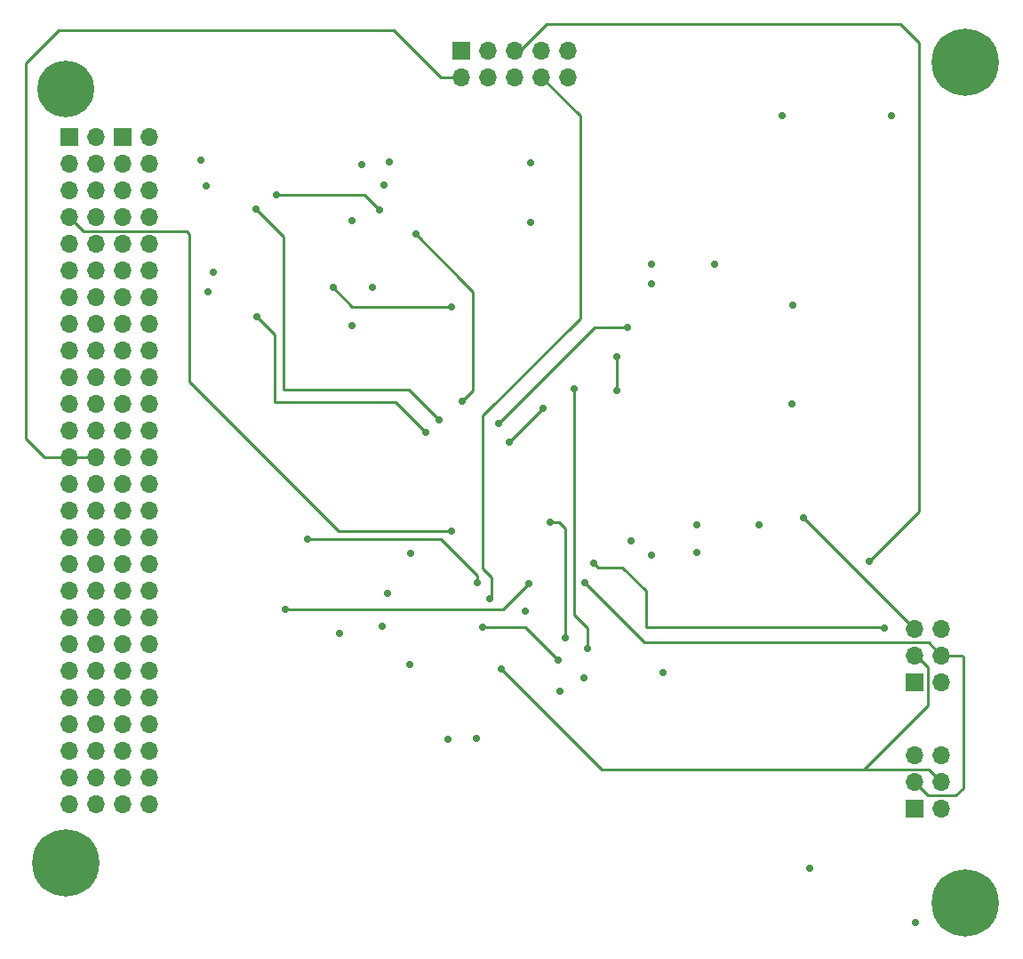
<source format=gbr>
G04 #@! TF.FileFunction,Copper,L1,Top,Signal*
%FSLAX46Y46*%
G04 Gerber Fmt 4.6, Leading zero omitted, Abs format (unit mm)*
G04 Created by KiCad (PCBNEW 4.0.7) date 02/17/18 20:59:13*
%MOMM*%
%LPD*%
G01*
G04 APERTURE LIST*
%ADD10C,0.100000*%
%ADD11R,1.700000X1.700000*%
%ADD12O,1.700000X1.700000*%
%ADD13C,6.400000*%
%ADD14C,5.400000*%
%ADD15C,0.700000*%
%ADD16C,0.250000*%
G04 APERTURE END LIST*
D10*
D11*
X110670000Y-62080000D03*
D12*
X113210000Y-62080000D03*
X110670000Y-64620000D03*
X113210000Y-64620000D03*
X110670000Y-67160000D03*
X113210000Y-67160000D03*
X110670000Y-69700000D03*
X113210000Y-69700000D03*
X110670000Y-72240000D03*
X113210000Y-72240000D03*
X110670000Y-74780000D03*
X113210000Y-74780000D03*
X110670000Y-77320000D03*
X113210000Y-77320000D03*
X110670000Y-79860000D03*
X113210000Y-79860000D03*
X110670000Y-82400000D03*
X113210000Y-82400000D03*
X110670000Y-84940000D03*
X113210000Y-84940000D03*
X110670000Y-87480000D03*
X113210000Y-87480000D03*
X110670000Y-90020000D03*
X113210000Y-90020000D03*
X110670000Y-92560000D03*
X113210000Y-92560000D03*
X110670000Y-95100000D03*
X113210000Y-95100000D03*
X110670000Y-97640000D03*
X113210000Y-97640000D03*
X110670000Y-100180000D03*
X113210000Y-100180000D03*
X110670000Y-102720000D03*
X113210000Y-102720000D03*
X110670000Y-105260000D03*
X113210000Y-105260000D03*
X110670000Y-107800000D03*
X113210000Y-107800000D03*
X110670000Y-110340000D03*
X113210000Y-110340000D03*
X110670000Y-112880000D03*
X113210000Y-112880000D03*
X110670000Y-115420000D03*
X113210000Y-115420000D03*
X110670000Y-117960000D03*
X113210000Y-117960000D03*
X110670000Y-120500000D03*
X113210000Y-120500000D03*
X110670000Y-123040000D03*
X113210000Y-123040000D03*
X110670000Y-125580000D03*
X113210000Y-125580000D03*
D11*
X105590000Y-62080000D03*
D12*
X108130000Y-62080000D03*
X105590000Y-64620000D03*
X108130000Y-64620000D03*
X105590000Y-67160000D03*
X108130000Y-67160000D03*
X105590000Y-69700000D03*
X108130000Y-69700000D03*
X105590000Y-72240000D03*
X108130000Y-72240000D03*
X105590000Y-74780000D03*
X108130000Y-74780000D03*
X105590000Y-77320000D03*
X108130000Y-77320000D03*
X105590000Y-79860000D03*
X108130000Y-79860000D03*
X105590000Y-82400000D03*
X108130000Y-82400000D03*
X105590000Y-84940000D03*
X108130000Y-84940000D03*
X105590000Y-87480000D03*
X108130000Y-87480000D03*
X105590000Y-90020000D03*
X108130000Y-90020000D03*
X105590000Y-92560000D03*
X108130000Y-92560000D03*
X105590000Y-95100000D03*
X108130000Y-95100000D03*
X105590000Y-97640000D03*
X108130000Y-97640000D03*
X105590000Y-100180000D03*
X108130000Y-100180000D03*
X105590000Y-102720000D03*
X108130000Y-102720000D03*
X105590000Y-105260000D03*
X108130000Y-105260000D03*
X105590000Y-107800000D03*
X108130000Y-107800000D03*
X105590000Y-110340000D03*
X108130000Y-110340000D03*
X105590000Y-112880000D03*
X108130000Y-112880000D03*
X105590000Y-115420000D03*
X108130000Y-115420000D03*
X105590000Y-117960000D03*
X108130000Y-117960000D03*
X105590000Y-120500000D03*
X108130000Y-120500000D03*
X105590000Y-123040000D03*
X108130000Y-123040000D03*
X105590000Y-125580000D03*
X108130000Y-125580000D03*
D11*
X142920000Y-53820000D03*
D12*
X142920000Y-56360000D03*
X145460000Y-53820000D03*
X145460000Y-56360000D03*
X148000000Y-53820000D03*
X148000000Y-56360000D03*
X150540000Y-53820000D03*
X150540000Y-56360000D03*
X153080000Y-53820000D03*
X153080000Y-56360000D03*
D11*
X186060000Y-126000000D03*
D12*
X188600000Y-126000000D03*
X186060000Y-123460000D03*
X188600000Y-123460000D03*
X186060000Y-120920000D03*
X188600000Y-120920000D03*
D11*
X186100000Y-113940000D03*
D12*
X188640000Y-113940000D03*
X186100000Y-111400000D03*
X188640000Y-111400000D03*
X186100000Y-108860000D03*
X188640000Y-108860000D03*
D13*
X105190000Y-131110000D03*
D14*
X105190000Y-57450000D03*
D13*
X190920000Y-54910000D03*
X190920000Y-134920000D03*
D15*
X118130000Y-64250000D03*
X152275000Y-114825000D03*
X148975000Y-107200000D03*
X159075000Y-100475000D03*
X133425000Y-64675000D03*
X136000000Y-64400000D03*
X135900000Y-105500000D03*
X131300000Y-109300000D03*
X161000000Y-76000000D03*
X144300000Y-119300000D03*
X165300000Y-101600000D03*
X162100000Y-113000000D03*
X141600000Y-119400000D03*
X154600000Y-113500000D03*
X138000000Y-112300000D03*
X165300000Y-99000000D03*
X174500000Y-78100000D03*
X174400000Y-87500000D03*
X161000000Y-74200000D03*
X173500000Y-60000000D03*
X149500000Y-64500000D03*
X134400000Y-76400000D03*
X119300000Y-74900000D03*
X176050000Y-131650000D03*
X186160000Y-136800000D03*
X160975000Y-101850000D03*
X118800000Y-76800000D03*
X135500000Y-66600000D03*
X118600000Y-66700000D03*
X132500000Y-70000000D03*
X138100000Y-101700000D03*
X135400000Y-108600000D03*
X171300000Y-99000000D03*
X167000000Y-74200000D03*
X183900000Y-60000000D03*
X149500000Y-70200000D03*
X132500000Y-80000000D03*
X158750000Y-80150000D03*
X146420000Y-89310000D03*
X153650000Y-86025000D03*
X154900000Y-110750000D03*
X150720000Y-87860000D03*
X147450000Y-91125000D03*
X157700000Y-83000000D03*
X157700000Y-86150000D03*
X130700000Y-76400000D03*
X142000000Y-78200000D03*
X151400000Y-98725000D03*
X152800000Y-109700000D03*
X135100000Y-69000000D03*
X125300000Y-67600000D03*
X141925000Y-99575000D03*
X181750000Y-102425000D03*
X145625000Y-105975000D03*
X154650000Y-104500000D03*
X126100000Y-107000000D03*
X149300000Y-104550000D03*
X128225000Y-100300000D03*
X144425000Y-104500000D03*
X146700000Y-112700000D03*
X183200000Y-108775000D03*
X155500000Y-102600000D03*
X175525000Y-98275000D03*
X152150000Y-111850000D03*
X144950000Y-108750000D03*
X123400000Y-79150000D03*
X139500000Y-90150000D03*
X140800000Y-89000000D03*
X123350000Y-68950000D03*
X138550000Y-71300000D03*
X142975000Y-87200000D03*
D16*
X156575000Y-80150000D02*
X158750000Y-80150000D01*
X155580000Y-80150000D02*
X156575000Y-80150000D01*
X146420000Y-89310000D02*
X155580000Y-80150000D01*
X153650000Y-107550000D02*
X154900000Y-108800000D01*
X154900000Y-108800000D02*
X154900000Y-110750000D01*
X153650000Y-107550000D02*
X153650000Y-90150000D01*
X153650000Y-90150000D02*
X153650000Y-86025000D01*
X147455000Y-91125000D02*
X147450000Y-91125000D01*
X150720000Y-87860000D02*
X147455000Y-91125000D01*
X157700000Y-86150000D02*
X157700000Y-83000000D01*
X130700000Y-76400000D02*
X132500000Y-78200000D01*
X132500000Y-78200000D02*
X142000000Y-78200000D01*
X152800000Y-99300000D02*
X152225000Y-98725000D01*
X152225000Y-98725000D02*
X151400000Y-98725000D01*
X152800000Y-101100000D02*
X152800000Y-109700000D01*
X152800000Y-101100000D02*
X152800000Y-99300000D01*
X135100000Y-69000000D02*
X133700000Y-67600000D01*
X125300000Y-67600000D02*
X133700000Y-67600000D01*
X141925000Y-99575000D02*
X141900000Y-99600000D01*
X141900000Y-99600000D02*
X131250000Y-99600000D01*
X131250000Y-99600000D02*
X117000000Y-85350000D01*
X117000000Y-85350000D02*
X117000000Y-71300000D01*
X117000000Y-71300000D02*
X116700000Y-71000000D01*
X116700000Y-71000000D02*
X106890000Y-71000000D01*
X106890000Y-71000000D02*
X105590000Y-69700000D01*
X108130000Y-92560000D02*
X105590000Y-92560000D01*
X105590000Y-92560000D02*
X103160000Y-92560000D01*
X103160000Y-92560000D02*
X101400000Y-90800000D01*
X101400000Y-90800000D02*
X101400000Y-55010000D01*
X101400000Y-55010000D02*
X104500000Y-51910000D01*
X104500000Y-51910000D02*
X136470000Y-51910000D01*
X136470000Y-51910000D02*
X140920000Y-56360000D01*
X140920000Y-56360000D02*
X142920000Y-56360000D01*
X186500000Y-53075000D02*
X186500000Y-97675000D01*
X181750000Y-102425000D02*
X186500000Y-97675000D01*
X148000000Y-53820000D02*
X148505000Y-53820000D01*
X148505000Y-53820000D02*
X151000000Y-51325000D01*
X184750000Y-51325000D02*
X186500000Y-53075000D01*
X151000000Y-51325000D02*
X184750000Y-51325000D01*
X144950000Y-90150000D02*
X144950000Y-88600000D01*
X145625000Y-105975000D02*
X145775000Y-105825000D01*
X145775000Y-105825000D02*
X145775000Y-103975000D01*
X145775000Y-103975000D02*
X145400000Y-103600000D01*
X144950000Y-103150000D02*
X145400000Y-103600000D01*
X144950000Y-90150000D02*
X144950000Y-103150000D01*
X154240000Y-60060000D02*
X150540000Y-56360000D01*
X154240000Y-79310000D02*
X154240000Y-60060000D01*
X144950000Y-88600000D02*
X154240000Y-79310000D01*
X188640000Y-111400000D02*
X190600000Y-111400000D01*
X187350000Y-124750000D02*
X186060000Y-123460000D01*
X190000000Y-124750000D02*
X187350000Y-124750000D01*
X190700000Y-124050000D02*
X190000000Y-124750000D01*
X190700000Y-111500000D02*
X190700000Y-124050000D01*
X190600000Y-111400000D02*
X190700000Y-111500000D01*
X187390000Y-110150000D02*
X188640000Y-111400000D01*
X160300000Y-110150000D02*
X187390000Y-110150000D01*
X154650000Y-104500000D02*
X160300000Y-110150000D01*
X146850000Y-107000000D02*
X126100000Y-107000000D01*
X149300000Y-104550000D02*
X146850000Y-107000000D01*
X128225000Y-100300000D02*
X140950000Y-100300000D01*
X140950000Y-100300000D02*
X144425000Y-103775000D01*
X144425000Y-103775000D02*
X144425000Y-104500000D01*
X187390000Y-122250000D02*
X188600000Y-123460000D01*
X181250000Y-122250000D02*
X187390000Y-122250000D01*
X156250000Y-122250000D02*
X181250000Y-122250000D01*
X146700000Y-112700000D02*
X156250000Y-122250000D01*
X187350000Y-116150000D02*
X187350000Y-112525000D01*
X187350000Y-112525000D02*
X186225000Y-111400000D01*
X181250000Y-122250000D02*
X187350000Y-116150000D01*
X186225000Y-111400000D02*
X186100000Y-111400000D01*
X183125000Y-108700000D02*
X160500000Y-108700000D01*
X183200000Y-108775000D02*
X183125000Y-108700000D01*
X155500000Y-102600000D02*
X155900000Y-103000000D01*
X155900000Y-103000000D02*
X158250000Y-103000000D01*
X160500000Y-108700000D02*
X160500000Y-105250000D01*
X158250000Y-103000000D02*
X160500000Y-105250000D01*
X175525000Y-98275000D02*
X186100000Y-108850000D01*
X186100000Y-108850000D02*
X186100000Y-108860000D01*
X149000000Y-108700000D02*
X152150000Y-111850000D01*
X145000000Y-108700000D02*
X149000000Y-108700000D01*
X144950000Y-108750000D02*
X145000000Y-108700000D01*
X125100000Y-80850000D02*
X125100000Y-87300000D01*
X123400000Y-79150000D02*
X125100000Y-80850000D01*
X136650000Y-87300000D02*
X125100000Y-87300000D01*
X139500000Y-90150000D02*
X136650000Y-87300000D01*
X137900000Y-86100000D02*
X125950000Y-86100000D01*
X140800000Y-89000000D02*
X137900000Y-86100000D01*
X125950000Y-86100000D02*
X125950000Y-71550000D01*
X125950000Y-71550000D02*
X123350000Y-68950000D01*
X143100000Y-75850000D02*
X138550000Y-71300000D01*
X144025000Y-76775000D02*
X143100000Y-75850000D01*
X144025000Y-86150000D02*
X144025000Y-76775000D01*
X142975000Y-87200000D02*
X144025000Y-86150000D01*
M02*

</source>
